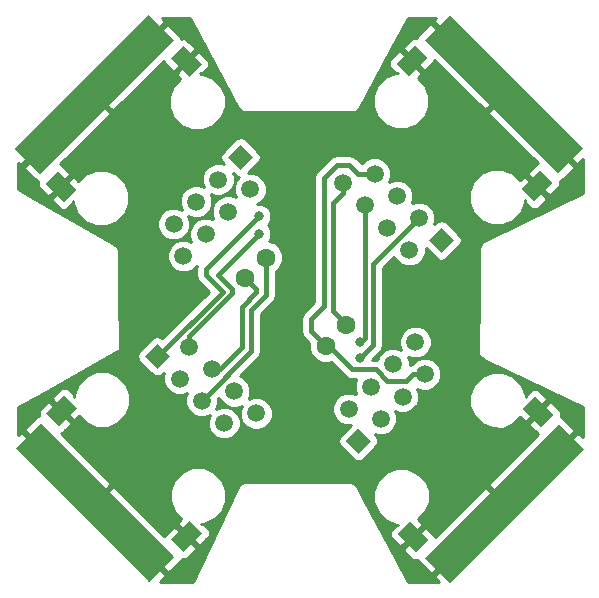
<source format=gtl>
G04 #@! TF.FileFunction,Copper,L1,Top,Signal*
%FSLAX46Y46*%
G04 Gerber Fmt 4.6, Leading zero omitted, Abs format (unit mm)*
G04 Created by KiCad (PCBNEW 4.0.6) date 07/08/18 16:23:33*
%MOMM*%
%LPD*%
G01*
G04 APERTURE LIST*
%ADD10C,0.100000*%
%ADD11C,1.500000*%
%ADD12C,1.600000*%
%ADD13C,0.812800*%
%ADD14C,0.406400*%
%ADD15C,0.254000*%
G04 APERTURE END LIST*
D10*
G36*
X42295210Y-33715198D02*
X43355870Y-34775858D01*
X42295210Y-35836518D01*
X41234550Y-34775858D01*
X42295210Y-33715198D01*
X42295210Y-33715198D01*
G37*
D11*
X37458600Y-43148002D03*
X36638356Y-40432712D03*
X43115454Y-37491148D03*
X39339504Y-41267098D03*
X41227479Y-39379123D03*
X38533402Y-38537666D03*
X40407235Y-36663833D03*
D10*
G36*
X37437386Y-25350124D02*
X38993021Y-26905759D01*
X37932360Y-27966420D01*
X36376725Y-26410785D01*
X37437386Y-25350124D01*
X37437386Y-25350124D01*
G37*
G36*
X26830785Y-35956725D02*
X28386420Y-37512360D01*
X27325759Y-38573021D01*
X25770124Y-37017386D01*
X26830785Y-35956725D01*
X26830785Y-35956725D01*
G37*
G36*
X34502893Y-22769185D02*
X36624213Y-24890505D01*
X25310505Y-36204213D01*
X23189185Y-34082893D01*
X34502893Y-22769185D01*
X34502893Y-22769185D01*
G37*
G36*
X34195198Y-51634790D02*
X35255858Y-50574130D01*
X36316518Y-51634790D01*
X35255858Y-52695450D01*
X34195198Y-51634790D01*
X34195198Y-51634790D01*
G37*
D11*
X43628002Y-56471400D03*
X40912712Y-57291644D03*
X37971148Y-50814546D03*
X41747098Y-54590496D03*
X39859123Y-52702521D03*
X39017666Y-55396598D03*
X37143833Y-53522765D03*
D10*
G36*
X25830124Y-56492614D02*
X27385759Y-54936979D01*
X28446420Y-55997640D01*
X26890785Y-57553275D01*
X25830124Y-56492614D01*
X25830124Y-56492614D01*
G37*
G36*
X36436725Y-67099215D02*
X37992360Y-65543580D01*
X39053021Y-66604241D01*
X37497386Y-68159876D01*
X36436725Y-67099215D01*
X36436725Y-67099215D01*
G37*
G36*
X23249185Y-59427107D02*
X25370505Y-57305787D01*
X36684213Y-68619495D01*
X34562893Y-70740815D01*
X23249185Y-59427107D01*
X23249185Y-59427107D01*
G37*
G36*
X60364802Y-41815210D02*
X59304142Y-42875870D01*
X58243482Y-41815210D01*
X59304142Y-40754550D01*
X60364802Y-41815210D01*
X60364802Y-41815210D01*
G37*
D11*
X50931998Y-36978600D03*
X53647288Y-36158356D03*
X56588852Y-42635454D03*
X52812902Y-38859504D03*
X54700877Y-40747479D03*
X55542334Y-38053402D03*
X57416167Y-39927235D03*
D10*
G36*
X68729876Y-36957386D02*
X67174241Y-38513021D01*
X66113580Y-37452360D01*
X67669215Y-35896725D01*
X68729876Y-36957386D01*
X68729876Y-36957386D01*
G37*
G36*
X58123275Y-26350785D02*
X56567640Y-27906420D01*
X55506979Y-26845759D01*
X57062614Y-25290124D01*
X58123275Y-26350785D01*
X58123275Y-26350785D01*
G37*
G36*
X71310815Y-34022893D02*
X69189495Y-36144213D01*
X57875787Y-24830505D01*
X59997107Y-22709185D01*
X71310815Y-34022893D01*
X71310815Y-34022893D01*
G37*
D12*
X42690000Y-45040000D03*
X44457767Y-43272233D03*
X49500000Y-50750000D03*
X51267767Y-48982233D03*
D10*
G36*
X52264790Y-59864802D02*
X51204130Y-58804142D01*
X52264790Y-57743482D01*
X53325450Y-58804142D01*
X52264790Y-59864802D01*
X52264790Y-59864802D01*
G37*
D11*
X57101400Y-50431998D03*
X57921644Y-53147288D03*
X51444546Y-56088852D03*
X55220496Y-52312902D03*
X53332521Y-54200877D03*
X56026598Y-55042334D03*
X54152765Y-56916167D03*
D10*
G36*
X57122614Y-68229876D02*
X55566979Y-66674241D01*
X56627640Y-65613580D01*
X58183275Y-67169215D01*
X57122614Y-68229876D01*
X57122614Y-68229876D01*
G37*
G36*
X67729215Y-57623275D02*
X66173580Y-56067640D01*
X67234241Y-55006979D01*
X68789876Y-56562614D01*
X67729215Y-57623275D01*
X67729215Y-57623275D01*
G37*
G36*
X60057107Y-70810815D02*
X57935787Y-68689495D01*
X69249495Y-57375787D01*
X71370815Y-59497107D01*
X60057107Y-70810815D01*
X60057107Y-70810815D01*
G37*
D13*
X43870000Y-39790000D03*
X43870000Y-41240000D03*
X52410000Y-51780000D03*
X52410000Y-50450000D03*
D14*
X35325210Y-51634790D02*
X40790000Y-46170000D01*
X40790000Y-46170000D02*
X40790000Y-46150000D01*
X40790000Y-46150000D02*
X39380000Y-44740000D01*
X39380000Y-44740000D02*
X39380000Y-44280000D01*
X39380000Y-44280000D02*
X43870000Y-39790000D01*
X35255858Y-51634790D02*
X35325210Y-51634790D01*
X35255858Y-51634790D02*
X35255858Y-51114142D01*
X37971148Y-50814546D02*
X37971148Y-49878852D01*
X41550000Y-45920000D02*
X41450000Y-45820000D01*
X40370000Y-44740000D02*
X43870000Y-41240000D01*
X41450000Y-45820000D02*
X40370000Y-44740000D01*
X41550000Y-46300000D02*
X41550000Y-45920000D01*
X37971148Y-49878852D02*
X41550000Y-46300000D01*
X54302765Y-56886167D02*
X54378932Y-56810000D01*
X57416167Y-39927235D02*
X57395269Y-39927235D01*
X57395269Y-39927235D02*
X53520000Y-43802504D01*
X53520000Y-43802504D02*
X53520000Y-50670000D01*
X53520000Y-50670000D02*
X52410000Y-51780000D01*
X57416167Y-39927235D02*
X57416167Y-39993833D01*
X36638356Y-40432712D02*
X36682712Y-40432712D01*
X42390000Y-49240000D02*
X42390000Y-47420000D01*
X42390000Y-50850000D02*
X42390000Y-49240000D01*
X40537479Y-52702521D02*
X42390000Y-50850000D01*
X43590000Y-45940000D02*
X42690000Y-45040000D01*
X43590000Y-46220000D02*
X43590000Y-45940000D01*
X42390000Y-47420000D02*
X43590000Y-46220000D01*
X39859123Y-52702521D02*
X40537479Y-52702521D01*
X43210000Y-48899402D02*
X43210000Y-47690000D01*
X39023402Y-55396598D02*
X43210000Y-51210000D01*
X43210000Y-51210000D02*
X43210000Y-48899402D01*
X44457767Y-46442233D02*
X44457767Y-43272233D01*
X43210000Y-47690000D02*
X44457767Y-46442233D01*
X39017666Y-55396598D02*
X39023402Y-55396598D01*
X52812902Y-50047098D02*
X52410000Y-50450000D01*
X52812902Y-42612902D02*
X52812902Y-38859504D01*
X52812902Y-42612902D02*
X52812902Y-50047098D01*
X51750000Y-52750000D02*
X53750000Y-52750000D01*
X49750000Y-50750000D02*
X51750000Y-52750000D01*
X56922712Y-53117288D02*
X58071644Y-53117288D01*
X56330000Y-53710000D02*
X56922712Y-53117288D01*
X54710000Y-53710000D02*
X56330000Y-53710000D01*
X53750000Y-52750000D02*
X54710000Y-53710000D01*
X49500000Y-50750000D02*
X49750000Y-50750000D01*
X48255000Y-48505000D02*
X48255000Y-49505000D01*
X48255000Y-49505000D02*
X49500000Y-50750000D01*
X53647288Y-36158356D02*
X52218356Y-36158356D01*
X49370000Y-47390000D02*
X48255000Y-48505000D01*
X48255000Y-48505000D02*
X48250000Y-48510000D01*
X49370000Y-36520000D02*
X49370000Y-47390000D01*
X50460000Y-35430000D02*
X49370000Y-36520000D01*
X51490000Y-35430000D02*
X50460000Y-35430000D01*
X52218356Y-36158356D02*
X51490000Y-35430000D01*
X53647288Y-36158356D02*
X53641644Y-36158356D01*
X53647288Y-36158356D02*
X53647288Y-36252712D01*
X50090000Y-42140000D02*
X50090000Y-47804466D01*
X50090000Y-47804466D02*
X51267767Y-48982233D01*
X50090000Y-38640000D02*
X50090000Y-42140000D01*
X50931998Y-37798002D02*
X50090000Y-38640000D01*
X50931998Y-36978600D02*
X50931998Y-37798002D01*
X26901495Y-32491903D02*
X32911903Y-26481495D01*
X67598505Y-37381650D02*
X67598505Y-37701495D01*
X61588097Y-26421495D02*
X67598505Y-32431903D01*
X61798097Y-67068505D02*
X67808505Y-61058097D01*
X26961495Y-61018097D02*
X32971903Y-67028505D01*
D15*
G36*
X42099497Y-30595579D02*
X42168512Y-30680111D01*
X42229145Y-30770855D01*
X42258746Y-30790634D01*
X42281261Y-30818211D01*
X42377375Y-30869899D01*
X42468115Y-30930530D01*
X42503032Y-30937475D01*
X42534386Y-30954337D01*
X42642965Y-30965309D01*
X42750000Y-30986600D01*
X51750000Y-30986600D01*
X51857032Y-30965310D01*
X51965613Y-30954337D01*
X51996967Y-30937476D01*
X52031885Y-30930530D01*
X52122626Y-30869898D01*
X52218739Y-30818211D01*
X52241254Y-30790634D01*
X52270855Y-30770855D01*
X52331486Y-30680114D01*
X52400503Y-30595580D01*
X52451245Y-30500065D01*
X53475119Y-30500065D01*
X53837448Y-31376969D01*
X54507774Y-32048466D01*
X55384045Y-32412325D01*
X56332857Y-32413153D01*
X57209761Y-32050824D01*
X57881258Y-31380498D01*
X58074997Y-30913921D01*
X63285684Y-30913921D01*
X63285684Y-31138428D01*
X67448207Y-35300951D01*
X67309517Y-35358398D01*
X67130889Y-35537027D01*
X66644441Y-36023474D01*
X66644441Y-36247981D01*
X67421728Y-37025268D01*
X67435871Y-37011126D01*
X67615476Y-37190731D01*
X67601333Y-37204873D01*
X68378620Y-37982160D01*
X68603127Y-37982160D01*
X69089574Y-37495712D01*
X69268203Y-37317084D01*
X69364876Y-37083695D01*
X69364875Y-36831076D01*
X69339353Y-36769460D01*
X69549193Y-36682541D01*
X70497112Y-35734622D01*
X70497112Y-35510115D01*
X64593301Y-29606304D01*
X63285684Y-30913921D01*
X58074997Y-30913921D01*
X58245117Y-30504227D01*
X58245945Y-29555415D01*
X57883616Y-28678511D01*
X57289114Y-28082970D01*
X57592414Y-27779671D01*
X57592414Y-27555164D01*
X56815127Y-26777877D01*
X56800985Y-26792020D01*
X56621380Y-26612415D01*
X56635522Y-26598272D01*
X55858235Y-25820985D01*
X55633728Y-25820985D01*
X55147281Y-26307433D01*
X54968652Y-26486061D01*
X54871979Y-26719450D01*
X54871980Y-26972069D01*
X54968653Y-27205458D01*
X55386241Y-27623047D01*
X55610744Y-27623047D01*
X55591287Y-27642504D01*
X55388207Y-27642327D01*
X54511303Y-28004656D01*
X53839806Y-28674982D01*
X53475947Y-29551253D01*
X53475119Y-30500065D01*
X52451245Y-30500065D01*
X55151691Y-25416873D01*
X56037840Y-25416873D01*
X56037840Y-25641380D01*
X56815127Y-26418667D01*
X56829270Y-26404525D01*
X57008875Y-26584130D01*
X56994732Y-26598272D01*
X57772019Y-27375559D01*
X57996526Y-27375559D01*
X58482973Y-26889111D01*
X58661602Y-26710483D01*
X58719049Y-26571793D01*
X62881572Y-30734316D01*
X63106079Y-30734316D01*
X64413696Y-29426699D01*
X58509885Y-23522888D01*
X58285378Y-23522888D01*
X57337459Y-24470807D01*
X57250540Y-24680647D01*
X57188924Y-24655125D01*
X56936305Y-24655124D01*
X56702916Y-24751797D01*
X56524288Y-24930426D01*
X56037840Y-25416873D01*
X55151691Y-25416873D01*
X56442774Y-22986600D01*
X58821666Y-22986600D01*
X58689490Y-23118776D01*
X58689490Y-23343283D01*
X64593301Y-29247094D01*
X64607444Y-29232952D01*
X64787049Y-29412557D01*
X64772906Y-29426699D01*
X70676717Y-35330510D01*
X70901224Y-35330510D01*
X71263400Y-34968334D01*
X71263400Y-37788885D01*
X62928177Y-41837422D01*
X62830769Y-41911242D01*
X62729145Y-41979145D01*
X62716811Y-41997604D01*
X62699116Y-42011014D01*
X62637371Y-42116494D01*
X62569470Y-42218115D01*
X62565139Y-42239890D01*
X62553923Y-42259050D01*
X62537243Y-42380132D01*
X62513400Y-42500000D01*
X62513400Y-46303471D01*
X62373046Y-51496569D01*
X62381714Y-51546231D01*
X62409019Y-51588609D01*
X62444513Y-51614238D01*
X62698230Y-51737472D01*
X62699116Y-51738986D01*
X62716811Y-51752396D01*
X62729145Y-51770855D01*
X62830769Y-51838758D01*
X62928177Y-51912578D01*
X71263400Y-55961115D01*
X71263400Y-58491666D01*
X70961224Y-58189490D01*
X70736717Y-58189490D01*
X64832906Y-64093301D01*
X64847049Y-64107444D01*
X64667444Y-64287049D01*
X64653301Y-64272906D01*
X58749490Y-70176717D01*
X58749490Y-70401224D01*
X59111666Y-70763400D01*
X56443493Y-70763400D01*
X54916257Y-67878620D01*
X56097840Y-67878620D01*
X56097840Y-68103127D01*
X56584288Y-68589574D01*
X56762916Y-68768203D01*
X56996305Y-68864876D01*
X57248924Y-68864875D01*
X57310540Y-68839353D01*
X57397459Y-69049193D01*
X58345378Y-69997112D01*
X58569885Y-69997112D01*
X64473696Y-64093301D01*
X63166079Y-62785684D01*
X62941572Y-62785684D01*
X58779049Y-66948207D01*
X58721602Y-66809517D01*
X58542973Y-66630889D01*
X58056526Y-66144441D01*
X57832019Y-66144441D01*
X57054732Y-66921728D01*
X57068875Y-66935871D01*
X56889270Y-67115476D01*
X56875127Y-67101333D01*
X56097840Y-67878620D01*
X54916257Y-67878620D01*
X52844121Y-63964585D01*
X53535119Y-63964585D01*
X53897448Y-64841489D01*
X54567774Y-65512986D01*
X55444045Y-65876845D01*
X55650816Y-65877025D01*
X55670744Y-65896953D01*
X55446241Y-65896953D01*
X55028653Y-66314542D01*
X54931980Y-66547931D01*
X54931979Y-66800550D01*
X55028652Y-67033939D01*
X55207281Y-67212567D01*
X55693728Y-67699015D01*
X55918235Y-67699015D01*
X56695522Y-66921728D01*
X56681380Y-66907586D01*
X56860985Y-66727981D01*
X56875127Y-66742123D01*
X57652414Y-65964836D01*
X57652414Y-65740329D01*
X57348663Y-65436579D01*
X57941258Y-64845018D01*
X58305117Y-63968747D01*
X58305945Y-63019935D01*
X58042180Y-62381572D01*
X63345684Y-62381572D01*
X63345684Y-62606079D01*
X64653301Y-63913696D01*
X70557112Y-58009885D01*
X70557112Y-57785378D01*
X69609193Y-56837459D01*
X69399353Y-56750540D01*
X69424875Y-56688924D01*
X69424876Y-56436305D01*
X69328203Y-56202916D01*
X69149574Y-56024288D01*
X68663127Y-55537840D01*
X68438620Y-55537840D01*
X67661333Y-56315127D01*
X67675476Y-56329270D01*
X67495871Y-56508875D01*
X67481728Y-56494732D01*
X66704441Y-57272019D01*
X66704441Y-57496526D01*
X67190889Y-57982973D01*
X67369517Y-58161602D01*
X67508207Y-58219049D01*
X63345684Y-62381572D01*
X58042180Y-62381572D01*
X57943616Y-62143031D01*
X57273290Y-61471534D01*
X56397019Y-61107675D01*
X55448207Y-61106847D01*
X54571303Y-61469176D01*
X53899806Y-62139502D01*
X53535947Y-63015773D01*
X53535119Y-63964585D01*
X52844121Y-63964585D01*
X52150998Y-62655354D01*
X52081775Y-62570318D01*
X52020855Y-62479145D01*
X51991695Y-62459661D01*
X51969554Y-62432462D01*
X51873056Y-62380389D01*
X51781885Y-62319470D01*
X51747488Y-62312628D01*
X51716624Y-62295973D01*
X51607541Y-62284791D01*
X51500000Y-62263400D01*
X42750000Y-62263400D01*
X42625767Y-62288111D01*
X42500499Y-62306942D01*
X42485400Y-62316032D01*
X42468115Y-62319470D01*
X42362792Y-62389845D01*
X42254269Y-62455178D01*
X42243798Y-62469354D01*
X42229145Y-62479145D01*
X42158772Y-62584466D01*
X42083510Y-62686358D01*
X38282550Y-70763400D01*
X35438334Y-70763400D01*
X35870510Y-70331224D01*
X35870510Y-70106717D01*
X29966699Y-64202906D01*
X29952557Y-64217049D01*
X29772952Y-64037444D01*
X29787094Y-64023301D01*
X30146304Y-64023301D01*
X36050115Y-69927112D01*
X36274622Y-69927112D01*
X37222541Y-68979193D01*
X37309460Y-68769353D01*
X37371076Y-68794875D01*
X37623695Y-68794876D01*
X37857084Y-68698203D01*
X38035712Y-68519574D01*
X38522160Y-68033127D01*
X38522160Y-67808620D01*
X37744873Y-67031333D01*
X37730731Y-67045476D01*
X37551126Y-66865871D01*
X37565268Y-66851728D01*
X36787981Y-66074441D01*
X36563474Y-66074441D01*
X36077027Y-66560889D01*
X35898398Y-66739517D01*
X35840951Y-66878207D01*
X32857329Y-63894585D01*
X36314055Y-63894585D01*
X36676384Y-64771489D01*
X37270886Y-65367030D01*
X36967586Y-65670329D01*
X36967586Y-65894836D01*
X37744873Y-66672123D01*
X37759016Y-66657981D01*
X37938621Y-66837586D01*
X37924478Y-66851728D01*
X38701765Y-67629015D01*
X38926272Y-67629015D01*
X39412719Y-67142567D01*
X39591348Y-66963939D01*
X39688021Y-66730550D01*
X39688020Y-66477931D01*
X39591347Y-66244542D01*
X39173759Y-65826953D01*
X38949256Y-65826953D01*
X38968713Y-65807496D01*
X39171793Y-65807673D01*
X40048697Y-65445344D01*
X40720194Y-64775018D01*
X41084053Y-63898747D01*
X41084881Y-62949935D01*
X40722552Y-62073031D01*
X40052226Y-61401534D01*
X39175955Y-61037675D01*
X38227143Y-61036847D01*
X37350239Y-61399176D01*
X36678742Y-62069502D01*
X36314883Y-62945773D01*
X36314055Y-63894585D01*
X32857329Y-63894585D01*
X31678428Y-62715684D01*
X31453921Y-62715684D01*
X30146304Y-64023301D01*
X29787094Y-64023301D01*
X23883283Y-58119490D01*
X23658776Y-58119490D01*
X23486600Y-58291666D01*
X23486600Y-57715378D01*
X24062888Y-57715378D01*
X24062888Y-57939885D01*
X29966699Y-63843696D01*
X31274316Y-62536079D01*
X31274316Y-62311572D01*
X27111793Y-58149049D01*
X27250483Y-58091602D01*
X27429111Y-57912973D01*
X27915559Y-57426526D01*
X27915559Y-57202019D01*
X27138272Y-56424732D01*
X27124130Y-56438875D01*
X26944525Y-56259270D01*
X26958667Y-56245127D01*
X26181380Y-55467840D01*
X25956873Y-55467840D01*
X25470426Y-55954288D01*
X25291797Y-56132916D01*
X25195124Y-56366305D01*
X25195125Y-56618924D01*
X25220647Y-56680540D01*
X25010807Y-56767459D01*
X24062888Y-57715378D01*
X23486600Y-57715378D01*
X23486600Y-55932182D01*
X25040675Y-55063728D01*
X26360985Y-55063728D01*
X26360985Y-55288235D01*
X27138272Y-56065522D01*
X27152415Y-56051380D01*
X27332020Y-56230985D01*
X27317877Y-56245127D01*
X28095164Y-57022414D01*
X28319671Y-57022414D01*
X28623421Y-56718663D01*
X29214982Y-57311258D01*
X30091253Y-57675117D01*
X31040065Y-57675945D01*
X31916969Y-57313616D01*
X32588466Y-56643290D01*
X32952325Y-55767019D01*
X32953153Y-54818207D01*
X32590824Y-53941303D01*
X31920498Y-53269806D01*
X31044227Y-52905947D01*
X30095415Y-52905119D01*
X29218511Y-53267448D01*
X28547014Y-53937774D01*
X28183155Y-54814045D01*
X28182975Y-55020816D01*
X28163047Y-55040744D01*
X28163047Y-54816241D01*
X27745458Y-54398653D01*
X27512069Y-54301980D01*
X27259450Y-54301979D01*
X27026061Y-54398652D01*
X26847433Y-54577281D01*
X26360985Y-55063728D01*
X25040675Y-55063728D01*
X31192675Y-51625846D01*
X33547820Y-51625846D01*
X33595344Y-51878417D01*
X33737389Y-52092599D01*
X34798049Y-53153259D01*
X34995752Y-53288344D01*
X35246914Y-53342828D01*
X35499485Y-53295304D01*
X35713667Y-53153259D01*
X35857217Y-53009709D01*
X35759074Y-53246063D01*
X35758593Y-53797050D01*
X35969002Y-54306280D01*
X36358269Y-54696226D01*
X36867131Y-54907524D01*
X37418118Y-54908005D01*
X37783598Y-54756992D01*
X37632907Y-55119896D01*
X37632426Y-55670883D01*
X37842835Y-56180113D01*
X38232102Y-56570059D01*
X38740964Y-56781357D01*
X39291951Y-56781838D01*
X39693670Y-56615852D01*
X39527953Y-57014942D01*
X39527472Y-57565929D01*
X39737881Y-58075159D01*
X40127148Y-58465105D01*
X40636010Y-58676403D01*
X41186997Y-58676884D01*
X41696227Y-58466475D01*
X42086173Y-58077208D01*
X42297471Y-57568346D01*
X42297952Y-57017359D01*
X42087543Y-56508129D01*
X41698276Y-56118183D01*
X41189414Y-55906885D01*
X40638427Y-55906404D01*
X40236708Y-56072390D01*
X40402425Y-55673300D01*
X40402836Y-55202558D01*
X40472599Y-55132795D01*
X40572267Y-55374011D01*
X40961534Y-55763957D01*
X41470396Y-55975255D01*
X42021383Y-55975736D01*
X42398943Y-55819732D01*
X42243243Y-56194698D01*
X42242762Y-56745685D01*
X42453171Y-57254915D01*
X42842438Y-57644861D01*
X43351300Y-57856159D01*
X43902287Y-57856640D01*
X44411517Y-57646231D01*
X44801463Y-57256964D01*
X45012761Y-56748102D01*
X45013242Y-56197115D01*
X44802833Y-55687885D01*
X44413566Y-55297939D01*
X43904704Y-55086641D01*
X43353717Y-55086160D01*
X42976157Y-55242164D01*
X43131857Y-54867198D01*
X43132338Y-54316211D01*
X42921929Y-53806981D01*
X42532662Y-53417035D01*
X42289379Y-53316015D01*
X43802697Y-51802697D01*
X43984396Y-51530765D01*
X44048200Y-51210000D01*
X44048200Y-48510000D01*
X47411800Y-48510000D01*
X47416800Y-48535137D01*
X47416800Y-49505000D01*
X47480604Y-49825766D01*
X47662303Y-50097697D01*
X48065217Y-50500611D01*
X48064752Y-51034187D01*
X48282757Y-51561800D01*
X48686077Y-51965824D01*
X49213309Y-52184750D01*
X49784187Y-52185248D01*
X49936797Y-52122191D01*
X51157303Y-53342697D01*
X51429234Y-53524396D01*
X51750000Y-53588200D01*
X52087271Y-53588200D01*
X51947762Y-53924175D01*
X51947281Y-54475162D01*
X52108276Y-54864801D01*
X51721248Y-54704093D01*
X51170261Y-54703612D01*
X50661031Y-54914021D01*
X50271085Y-55303288D01*
X50059787Y-55812150D01*
X50059306Y-56363137D01*
X50269715Y-56872367D01*
X50658982Y-57262313D01*
X51167844Y-57473611D01*
X51618649Y-57474005D01*
X50746321Y-58346333D01*
X50611236Y-58544036D01*
X50556752Y-58795198D01*
X50604276Y-59047769D01*
X50746321Y-59261951D01*
X51806981Y-60322611D01*
X52004684Y-60457696D01*
X52255846Y-60512180D01*
X52508417Y-60464656D01*
X52722599Y-60322611D01*
X53783259Y-59261951D01*
X53918344Y-59064248D01*
X53972828Y-58813086D01*
X53925304Y-58560515D01*
X53783259Y-58346333D01*
X53639709Y-58202783D01*
X53876063Y-58300926D01*
X54427050Y-58301407D01*
X54936280Y-58090998D01*
X55326226Y-57701731D01*
X55537524Y-57192869D01*
X55538005Y-56641882D01*
X55386992Y-56276402D01*
X55749896Y-56427093D01*
X56300883Y-56427574D01*
X56810113Y-56217165D01*
X57195091Y-55832857D01*
X61666847Y-55832857D01*
X62029176Y-56709761D01*
X62699502Y-57381258D01*
X63575773Y-57745117D01*
X64524585Y-57745945D01*
X65401489Y-57383616D01*
X65997030Y-56789114D01*
X66300329Y-57092414D01*
X66524836Y-57092414D01*
X67302123Y-56315127D01*
X67287981Y-56300985D01*
X67467586Y-56121380D01*
X67481728Y-56135522D01*
X68259015Y-55358235D01*
X68259015Y-55133728D01*
X67772567Y-54647281D01*
X67593939Y-54468652D01*
X67360550Y-54371979D01*
X67107931Y-54371980D01*
X66874542Y-54468653D01*
X66456953Y-54886241D01*
X66456953Y-55110744D01*
X66437496Y-55091287D01*
X66437673Y-54888207D01*
X66075344Y-54011303D01*
X65405018Y-53339806D01*
X64528747Y-52975947D01*
X63579935Y-52975119D01*
X62703031Y-53337448D01*
X62031534Y-54007774D01*
X61667675Y-54884045D01*
X61666847Y-55832857D01*
X57195091Y-55832857D01*
X57200059Y-55827898D01*
X57411357Y-55319036D01*
X57411838Y-54768049D01*
X57245852Y-54366330D01*
X57644942Y-54532047D01*
X58195929Y-54532528D01*
X58705159Y-54322119D01*
X59095105Y-53932852D01*
X59306403Y-53423990D01*
X59306884Y-52873003D01*
X59096475Y-52363773D01*
X58707208Y-51973827D01*
X58198346Y-51762529D01*
X57647359Y-51762048D01*
X57138129Y-51972457D01*
X56808132Y-52301879D01*
X56605471Y-52342191D01*
X56605736Y-52038617D01*
X56449732Y-51661057D01*
X56824698Y-51816757D01*
X57375685Y-51817238D01*
X57884915Y-51606829D01*
X58274861Y-51217562D01*
X58486159Y-50708700D01*
X58486640Y-50157713D01*
X58276231Y-49648483D01*
X57886964Y-49258537D01*
X57378102Y-49047239D01*
X56827115Y-49046758D01*
X56317885Y-49257167D01*
X55927939Y-49646434D01*
X55716641Y-50155296D01*
X55716160Y-50706283D01*
X55872164Y-51083843D01*
X55497198Y-50928143D01*
X54946211Y-50927662D01*
X54436981Y-51138071D01*
X54047035Y-51527338D01*
X53876910Y-51937044D01*
X53750000Y-51911800D01*
X53463594Y-51911800D01*
X54112697Y-51262697D01*
X54294396Y-50990766D01*
X54358200Y-50670000D01*
X54358200Y-44149698D01*
X55318970Y-43188928D01*
X55414021Y-43418969D01*
X55803288Y-43808915D01*
X56312150Y-44020213D01*
X56863137Y-44020694D01*
X57372367Y-43810285D01*
X57762313Y-43421018D01*
X57973611Y-42912156D01*
X57974005Y-42461351D01*
X58846333Y-43333679D01*
X59044036Y-43468764D01*
X59295198Y-43523248D01*
X59547769Y-43475724D01*
X59761951Y-43333679D01*
X60822611Y-42273019D01*
X60957696Y-42075316D01*
X61012180Y-41824154D01*
X60964656Y-41571583D01*
X60822611Y-41357401D01*
X59761951Y-40296741D01*
X59564248Y-40161656D01*
X59313086Y-40107172D01*
X59060515Y-40154696D01*
X58846333Y-40296741D01*
X58702783Y-40440291D01*
X58800926Y-40203937D01*
X58801407Y-39652950D01*
X58590998Y-39143720D01*
X58201731Y-38753774D01*
X57907969Y-38631793D01*
X61606847Y-38631793D01*
X61969176Y-39508697D01*
X62639502Y-40180194D01*
X63515773Y-40544053D01*
X64464585Y-40544881D01*
X65341489Y-40182552D01*
X66012986Y-39512226D01*
X66376845Y-38635955D01*
X66377025Y-38429184D01*
X66396953Y-38409256D01*
X66396953Y-38633759D01*
X66814542Y-39051347D01*
X67047931Y-39148020D01*
X67300550Y-39148021D01*
X67533939Y-39051348D01*
X67712567Y-38872719D01*
X68199015Y-38386272D01*
X68199015Y-38161765D01*
X67421728Y-37384478D01*
X67407586Y-37398621D01*
X67227981Y-37219016D01*
X67242123Y-37204873D01*
X66464836Y-36427586D01*
X66240329Y-36427586D01*
X65936579Y-36731337D01*
X65345018Y-36138742D01*
X64468747Y-35774883D01*
X63519935Y-35774055D01*
X62643031Y-36136384D01*
X61971534Y-36806710D01*
X61607675Y-37682981D01*
X61606847Y-38631793D01*
X57907969Y-38631793D01*
X57692869Y-38542476D01*
X57141882Y-38541995D01*
X56776402Y-38693008D01*
X56927093Y-38330104D01*
X56927574Y-37779117D01*
X56717165Y-37269887D01*
X56327898Y-36879941D01*
X55819036Y-36668643D01*
X55268049Y-36668162D01*
X54866330Y-36834148D01*
X55032047Y-36435058D01*
X55032528Y-35884071D01*
X54822119Y-35374841D01*
X54432852Y-34984895D01*
X53923990Y-34773597D01*
X53373003Y-34773116D01*
X52863773Y-34983525D01*
X52546069Y-35300675D01*
X52082697Y-34837303D01*
X51810766Y-34655604D01*
X51490000Y-34591800D01*
X50460000Y-34591800D01*
X50139235Y-34655604D01*
X49867303Y-34837303D01*
X48777303Y-35927303D01*
X48595604Y-36199234D01*
X48538248Y-36487586D01*
X48531800Y-36520000D01*
X48531800Y-47042806D01*
X47657303Y-47917303D01*
X47475604Y-48189234D01*
X47411800Y-48510000D01*
X44048200Y-48510000D01*
X44048200Y-48037194D01*
X45050464Y-47034930D01*
X45232163Y-46762999D01*
X45295967Y-46442233D01*
X45295967Y-44463122D01*
X45673591Y-44086156D01*
X45892517Y-43558924D01*
X45893015Y-42988046D01*
X45675010Y-42460433D01*
X45271690Y-42056409D01*
X44745210Y-41837795D01*
X44752341Y-41830676D01*
X44911219Y-41448056D01*
X44911580Y-41033762D01*
X44753371Y-40650865D01*
X44617763Y-40515020D01*
X44752341Y-40380676D01*
X44911219Y-39998056D01*
X44911580Y-39583762D01*
X44753371Y-39200865D01*
X44460676Y-38907659D01*
X44078056Y-38748781D01*
X43699371Y-38748451D01*
X43898969Y-38665979D01*
X44288915Y-38276712D01*
X44500213Y-37767850D01*
X44500694Y-37216863D01*
X44290285Y-36707633D01*
X43901018Y-36317687D01*
X43392156Y-36106389D01*
X42941351Y-36105995D01*
X43813679Y-35233667D01*
X43948764Y-35035964D01*
X44003248Y-34784802D01*
X43955724Y-34532231D01*
X43813679Y-34318049D01*
X42753019Y-33257389D01*
X42555316Y-33122304D01*
X42304154Y-33067820D01*
X42051583Y-33115344D01*
X41837401Y-33257389D01*
X40776741Y-34318049D01*
X40641656Y-34515752D01*
X40587172Y-34766914D01*
X40634696Y-35019485D01*
X40776741Y-35233667D01*
X40920291Y-35377217D01*
X40683937Y-35279074D01*
X40132950Y-35278593D01*
X39623720Y-35489002D01*
X39233774Y-35878269D01*
X39022476Y-36387131D01*
X39021995Y-36938118D01*
X39173008Y-37303598D01*
X38810104Y-37152907D01*
X38259117Y-37152426D01*
X37749887Y-37362835D01*
X37359941Y-37752102D01*
X37148643Y-38260964D01*
X37148162Y-38811951D01*
X37314148Y-39213670D01*
X36915058Y-39047953D01*
X36364071Y-39047472D01*
X35854841Y-39257881D01*
X35464895Y-39647148D01*
X35253597Y-40156010D01*
X35253116Y-40706997D01*
X35463525Y-41216227D01*
X35852792Y-41606173D01*
X36361654Y-41817471D01*
X36912641Y-41817952D01*
X37421871Y-41607543D01*
X37811817Y-41218276D01*
X38023115Y-40709414D01*
X38023596Y-40158427D01*
X37857610Y-39756708D01*
X38256700Y-39922425D01*
X38807687Y-39922906D01*
X39316917Y-39712497D01*
X39706863Y-39323230D01*
X39918161Y-38814368D01*
X39918642Y-38263381D01*
X39767629Y-37897901D01*
X40130533Y-38048592D01*
X40681520Y-38049073D01*
X41190750Y-37838664D01*
X41580696Y-37449397D01*
X41791994Y-36940535D01*
X41792475Y-36389548D01*
X41693793Y-36150719D01*
X41837401Y-36294327D01*
X42035104Y-36429412D01*
X42185882Y-36462120D01*
X41941993Y-36705584D01*
X41730695Y-37214446D01*
X41730214Y-37765433D01*
X41891209Y-38155072D01*
X41504181Y-37994364D01*
X40953194Y-37993883D01*
X40443964Y-38204292D01*
X40054018Y-38593559D01*
X39842720Y-39102421D01*
X39842239Y-39653408D01*
X40003234Y-40043047D01*
X39616206Y-39882339D01*
X39065219Y-39881858D01*
X38555989Y-40092267D01*
X38166043Y-40481534D01*
X37954745Y-40990396D01*
X37954264Y-41541383D01*
X38110268Y-41918943D01*
X37735302Y-41763243D01*
X37184315Y-41762762D01*
X36675085Y-41973171D01*
X36285139Y-42362438D01*
X36073841Y-42871300D01*
X36073360Y-43422287D01*
X36283769Y-43931517D01*
X36673036Y-44321463D01*
X37181898Y-44532761D01*
X37732885Y-44533242D01*
X38242115Y-44322833D01*
X38605420Y-43960161D01*
X38541800Y-44280000D01*
X38541800Y-44740000D01*
X38605604Y-45060766D01*
X38787303Y-45332697D01*
X39614606Y-46160000D01*
X35680766Y-50093840D01*
X35515964Y-49981236D01*
X35264802Y-49926752D01*
X35012231Y-49974276D01*
X34798049Y-50116321D01*
X33737389Y-51176981D01*
X33602304Y-51374684D01*
X33547820Y-51625846D01*
X31192675Y-51625846D01*
X31609329Y-51393010D01*
X31686517Y-51327208D01*
X31770855Y-51270855D01*
X31772906Y-51267786D01*
X32060591Y-51111614D01*
X32099241Y-51079248D01*
X32122254Y-51034394D01*
X32126945Y-50996266D01*
X31986600Y-46224536D01*
X31986600Y-42750000D01*
X31966812Y-42650519D01*
X31958761Y-42549407D01*
X31939005Y-42510721D01*
X31930530Y-42468115D01*
X31874179Y-42383780D01*
X31828047Y-42293445D01*
X31794988Y-42265263D01*
X31770855Y-42229145D01*
X31686517Y-42172792D01*
X31609329Y-42106990D01*
X26070100Y-39011539D01*
X24727485Y-38221765D01*
X26300985Y-38221765D01*
X26300985Y-38446272D01*
X26787433Y-38932719D01*
X26966061Y-39111348D01*
X27199450Y-39208021D01*
X27452069Y-39208020D01*
X27685458Y-39111347D01*
X28103047Y-38693759D01*
X28103047Y-38469256D01*
X28122504Y-38488713D01*
X28122327Y-38691793D01*
X28484656Y-39568697D01*
X29154982Y-40240194D01*
X30031253Y-40604053D01*
X30980065Y-40604881D01*
X31856969Y-40242552D01*
X32528466Y-39572226D01*
X32892325Y-38695955D01*
X32893153Y-37747143D01*
X32530824Y-36870239D01*
X31860498Y-36198742D01*
X30984227Y-35834883D01*
X30035415Y-35834055D01*
X29158511Y-36196384D01*
X28562970Y-36790886D01*
X28259671Y-36487586D01*
X28035164Y-36487586D01*
X27257877Y-37264873D01*
X27272020Y-37279016D01*
X27092415Y-37458621D01*
X27078272Y-37444478D01*
X26300985Y-38221765D01*
X24727485Y-38221765D01*
X23486600Y-37491833D01*
X23486600Y-35570115D01*
X24002888Y-35570115D01*
X24002888Y-35794622D01*
X24950807Y-36742541D01*
X25160647Y-36829460D01*
X25135125Y-36891076D01*
X25135124Y-37143695D01*
X25231797Y-37377084D01*
X25410426Y-37555712D01*
X25896873Y-38042160D01*
X26121380Y-38042160D01*
X26898667Y-37264873D01*
X26884525Y-37250731D01*
X27064130Y-37071126D01*
X27078272Y-37085268D01*
X27855559Y-36307981D01*
X27855559Y-36083474D01*
X27369111Y-35597027D01*
X27190483Y-35418398D01*
X27051793Y-35360951D01*
X31214316Y-31198428D01*
X31214316Y-30973921D01*
X29906699Y-29666304D01*
X24002888Y-35570115D01*
X23486600Y-35570115D01*
X23486600Y-35278334D01*
X23598776Y-35390510D01*
X23823283Y-35390510D01*
X29727094Y-29486699D01*
X30086304Y-29486699D01*
X31393921Y-30794316D01*
X31618428Y-30794316D01*
X31852679Y-30560065D01*
X36254055Y-30560065D01*
X36616384Y-31436969D01*
X37286710Y-32108466D01*
X38162981Y-32472325D01*
X39111793Y-32473153D01*
X39988697Y-32110824D01*
X40660194Y-31440498D01*
X41024053Y-30564227D01*
X41024881Y-29615415D01*
X40662552Y-28738511D01*
X39992226Y-28067014D01*
X39115955Y-27703155D01*
X38909184Y-27702975D01*
X38889256Y-27683047D01*
X39113759Y-27683047D01*
X39531347Y-27265458D01*
X39628020Y-27032069D01*
X39628021Y-26779450D01*
X39531348Y-26546061D01*
X39352719Y-26367433D01*
X38866272Y-25880985D01*
X38641765Y-25880985D01*
X37864478Y-26658272D01*
X37878621Y-26672415D01*
X37699016Y-26852020D01*
X37684873Y-26837877D01*
X36907586Y-27615164D01*
X36907586Y-27839671D01*
X37211337Y-28143421D01*
X36618742Y-28734982D01*
X36254883Y-29611253D01*
X36254055Y-30560065D01*
X31852679Y-30560065D01*
X35780951Y-26631793D01*
X35838398Y-26770483D01*
X36017027Y-26949111D01*
X36503474Y-27435559D01*
X36727981Y-27435559D01*
X37505268Y-26658272D01*
X37491126Y-26644130D01*
X37670731Y-26464525D01*
X37684873Y-26478667D01*
X38462160Y-25701380D01*
X38462160Y-25476873D01*
X37975712Y-24990426D01*
X37797084Y-24811797D01*
X37563695Y-24715124D01*
X37311076Y-24715125D01*
X37249460Y-24740647D01*
X37162541Y-24530807D01*
X36214622Y-23582888D01*
X35990115Y-23582888D01*
X30086304Y-29486699D01*
X29727094Y-29486699D01*
X29712952Y-29472557D01*
X29892557Y-29292952D01*
X29906699Y-29307094D01*
X35810510Y-23403283D01*
X35810510Y-23178776D01*
X35618334Y-22986600D01*
X38057226Y-22986600D01*
X42099497Y-30595579D01*
X42099497Y-30595579D01*
G37*
X42099497Y-30595579D02*
X42168512Y-30680111D01*
X42229145Y-30770855D01*
X42258746Y-30790634D01*
X42281261Y-30818211D01*
X42377375Y-30869899D01*
X42468115Y-30930530D01*
X42503032Y-30937475D01*
X42534386Y-30954337D01*
X42642965Y-30965309D01*
X42750000Y-30986600D01*
X51750000Y-30986600D01*
X51857032Y-30965310D01*
X51965613Y-30954337D01*
X51996967Y-30937476D01*
X52031885Y-30930530D01*
X52122626Y-30869898D01*
X52218739Y-30818211D01*
X52241254Y-30790634D01*
X52270855Y-30770855D01*
X52331486Y-30680114D01*
X52400503Y-30595580D01*
X52451245Y-30500065D01*
X53475119Y-30500065D01*
X53837448Y-31376969D01*
X54507774Y-32048466D01*
X55384045Y-32412325D01*
X56332857Y-32413153D01*
X57209761Y-32050824D01*
X57881258Y-31380498D01*
X58074997Y-30913921D01*
X63285684Y-30913921D01*
X63285684Y-31138428D01*
X67448207Y-35300951D01*
X67309517Y-35358398D01*
X67130889Y-35537027D01*
X66644441Y-36023474D01*
X66644441Y-36247981D01*
X67421728Y-37025268D01*
X67435871Y-37011126D01*
X67615476Y-37190731D01*
X67601333Y-37204873D01*
X68378620Y-37982160D01*
X68603127Y-37982160D01*
X69089574Y-37495712D01*
X69268203Y-37317084D01*
X69364876Y-37083695D01*
X69364875Y-36831076D01*
X69339353Y-36769460D01*
X69549193Y-36682541D01*
X70497112Y-35734622D01*
X70497112Y-35510115D01*
X64593301Y-29606304D01*
X63285684Y-30913921D01*
X58074997Y-30913921D01*
X58245117Y-30504227D01*
X58245945Y-29555415D01*
X57883616Y-28678511D01*
X57289114Y-28082970D01*
X57592414Y-27779671D01*
X57592414Y-27555164D01*
X56815127Y-26777877D01*
X56800985Y-26792020D01*
X56621380Y-26612415D01*
X56635522Y-26598272D01*
X55858235Y-25820985D01*
X55633728Y-25820985D01*
X55147281Y-26307433D01*
X54968652Y-26486061D01*
X54871979Y-26719450D01*
X54871980Y-26972069D01*
X54968653Y-27205458D01*
X55386241Y-27623047D01*
X55610744Y-27623047D01*
X55591287Y-27642504D01*
X55388207Y-27642327D01*
X54511303Y-28004656D01*
X53839806Y-28674982D01*
X53475947Y-29551253D01*
X53475119Y-30500065D01*
X52451245Y-30500065D01*
X55151691Y-25416873D01*
X56037840Y-25416873D01*
X56037840Y-25641380D01*
X56815127Y-26418667D01*
X56829270Y-26404525D01*
X57008875Y-26584130D01*
X56994732Y-26598272D01*
X57772019Y-27375559D01*
X57996526Y-27375559D01*
X58482973Y-26889111D01*
X58661602Y-26710483D01*
X58719049Y-26571793D01*
X62881572Y-30734316D01*
X63106079Y-30734316D01*
X64413696Y-29426699D01*
X58509885Y-23522888D01*
X58285378Y-23522888D01*
X57337459Y-24470807D01*
X57250540Y-24680647D01*
X57188924Y-24655125D01*
X56936305Y-24655124D01*
X56702916Y-24751797D01*
X56524288Y-24930426D01*
X56037840Y-25416873D01*
X55151691Y-25416873D01*
X56442774Y-22986600D01*
X58821666Y-22986600D01*
X58689490Y-23118776D01*
X58689490Y-23343283D01*
X64593301Y-29247094D01*
X64607444Y-29232952D01*
X64787049Y-29412557D01*
X64772906Y-29426699D01*
X70676717Y-35330510D01*
X70901224Y-35330510D01*
X71263400Y-34968334D01*
X71263400Y-37788885D01*
X62928177Y-41837422D01*
X62830769Y-41911242D01*
X62729145Y-41979145D01*
X62716811Y-41997604D01*
X62699116Y-42011014D01*
X62637371Y-42116494D01*
X62569470Y-42218115D01*
X62565139Y-42239890D01*
X62553923Y-42259050D01*
X62537243Y-42380132D01*
X62513400Y-42500000D01*
X62513400Y-46303471D01*
X62373046Y-51496569D01*
X62381714Y-51546231D01*
X62409019Y-51588609D01*
X62444513Y-51614238D01*
X62698230Y-51737472D01*
X62699116Y-51738986D01*
X62716811Y-51752396D01*
X62729145Y-51770855D01*
X62830769Y-51838758D01*
X62928177Y-51912578D01*
X71263400Y-55961115D01*
X71263400Y-58491666D01*
X70961224Y-58189490D01*
X70736717Y-58189490D01*
X64832906Y-64093301D01*
X64847049Y-64107444D01*
X64667444Y-64287049D01*
X64653301Y-64272906D01*
X58749490Y-70176717D01*
X58749490Y-70401224D01*
X59111666Y-70763400D01*
X56443493Y-70763400D01*
X54916257Y-67878620D01*
X56097840Y-67878620D01*
X56097840Y-68103127D01*
X56584288Y-68589574D01*
X56762916Y-68768203D01*
X56996305Y-68864876D01*
X57248924Y-68864875D01*
X57310540Y-68839353D01*
X57397459Y-69049193D01*
X58345378Y-69997112D01*
X58569885Y-69997112D01*
X64473696Y-64093301D01*
X63166079Y-62785684D01*
X62941572Y-62785684D01*
X58779049Y-66948207D01*
X58721602Y-66809517D01*
X58542973Y-66630889D01*
X58056526Y-66144441D01*
X57832019Y-66144441D01*
X57054732Y-66921728D01*
X57068875Y-66935871D01*
X56889270Y-67115476D01*
X56875127Y-67101333D01*
X56097840Y-67878620D01*
X54916257Y-67878620D01*
X52844121Y-63964585D01*
X53535119Y-63964585D01*
X53897448Y-64841489D01*
X54567774Y-65512986D01*
X55444045Y-65876845D01*
X55650816Y-65877025D01*
X55670744Y-65896953D01*
X55446241Y-65896953D01*
X55028653Y-66314542D01*
X54931980Y-66547931D01*
X54931979Y-66800550D01*
X55028652Y-67033939D01*
X55207281Y-67212567D01*
X55693728Y-67699015D01*
X55918235Y-67699015D01*
X56695522Y-66921728D01*
X56681380Y-66907586D01*
X56860985Y-66727981D01*
X56875127Y-66742123D01*
X57652414Y-65964836D01*
X57652414Y-65740329D01*
X57348663Y-65436579D01*
X57941258Y-64845018D01*
X58305117Y-63968747D01*
X58305945Y-63019935D01*
X58042180Y-62381572D01*
X63345684Y-62381572D01*
X63345684Y-62606079D01*
X64653301Y-63913696D01*
X70557112Y-58009885D01*
X70557112Y-57785378D01*
X69609193Y-56837459D01*
X69399353Y-56750540D01*
X69424875Y-56688924D01*
X69424876Y-56436305D01*
X69328203Y-56202916D01*
X69149574Y-56024288D01*
X68663127Y-55537840D01*
X68438620Y-55537840D01*
X67661333Y-56315127D01*
X67675476Y-56329270D01*
X67495871Y-56508875D01*
X67481728Y-56494732D01*
X66704441Y-57272019D01*
X66704441Y-57496526D01*
X67190889Y-57982973D01*
X67369517Y-58161602D01*
X67508207Y-58219049D01*
X63345684Y-62381572D01*
X58042180Y-62381572D01*
X57943616Y-62143031D01*
X57273290Y-61471534D01*
X56397019Y-61107675D01*
X55448207Y-61106847D01*
X54571303Y-61469176D01*
X53899806Y-62139502D01*
X53535947Y-63015773D01*
X53535119Y-63964585D01*
X52844121Y-63964585D01*
X52150998Y-62655354D01*
X52081775Y-62570318D01*
X52020855Y-62479145D01*
X51991695Y-62459661D01*
X51969554Y-62432462D01*
X51873056Y-62380389D01*
X51781885Y-62319470D01*
X51747488Y-62312628D01*
X51716624Y-62295973D01*
X51607541Y-62284791D01*
X51500000Y-62263400D01*
X42750000Y-62263400D01*
X42625767Y-62288111D01*
X42500499Y-62306942D01*
X42485400Y-62316032D01*
X42468115Y-62319470D01*
X42362792Y-62389845D01*
X42254269Y-62455178D01*
X42243798Y-62469354D01*
X42229145Y-62479145D01*
X42158772Y-62584466D01*
X42083510Y-62686358D01*
X38282550Y-70763400D01*
X35438334Y-70763400D01*
X35870510Y-70331224D01*
X35870510Y-70106717D01*
X29966699Y-64202906D01*
X29952557Y-64217049D01*
X29772952Y-64037444D01*
X29787094Y-64023301D01*
X30146304Y-64023301D01*
X36050115Y-69927112D01*
X36274622Y-69927112D01*
X37222541Y-68979193D01*
X37309460Y-68769353D01*
X37371076Y-68794875D01*
X37623695Y-68794876D01*
X37857084Y-68698203D01*
X38035712Y-68519574D01*
X38522160Y-68033127D01*
X38522160Y-67808620D01*
X37744873Y-67031333D01*
X37730731Y-67045476D01*
X37551126Y-66865871D01*
X37565268Y-66851728D01*
X36787981Y-66074441D01*
X36563474Y-66074441D01*
X36077027Y-66560889D01*
X35898398Y-66739517D01*
X35840951Y-66878207D01*
X32857329Y-63894585D01*
X36314055Y-63894585D01*
X36676384Y-64771489D01*
X37270886Y-65367030D01*
X36967586Y-65670329D01*
X36967586Y-65894836D01*
X37744873Y-66672123D01*
X37759016Y-66657981D01*
X37938621Y-66837586D01*
X37924478Y-66851728D01*
X38701765Y-67629015D01*
X38926272Y-67629015D01*
X39412719Y-67142567D01*
X39591348Y-66963939D01*
X39688021Y-66730550D01*
X39688020Y-66477931D01*
X39591347Y-66244542D01*
X39173759Y-65826953D01*
X38949256Y-65826953D01*
X38968713Y-65807496D01*
X39171793Y-65807673D01*
X40048697Y-65445344D01*
X40720194Y-64775018D01*
X41084053Y-63898747D01*
X41084881Y-62949935D01*
X40722552Y-62073031D01*
X40052226Y-61401534D01*
X39175955Y-61037675D01*
X38227143Y-61036847D01*
X37350239Y-61399176D01*
X36678742Y-62069502D01*
X36314883Y-62945773D01*
X36314055Y-63894585D01*
X32857329Y-63894585D01*
X31678428Y-62715684D01*
X31453921Y-62715684D01*
X30146304Y-64023301D01*
X29787094Y-64023301D01*
X23883283Y-58119490D01*
X23658776Y-58119490D01*
X23486600Y-58291666D01*
X23486600Y-57715378D01*
X24062888Y-57715378D01*
X24062888Y-57939885D01*
X29966699Y-63843696D01*
X31274316Y-62536079D01*
X31274316Y-62311572D01*
X27111793Y-58149049D01*
X27250483Y-58091602D01*
X27429111Y-57912973D01*
X27915559Y-57426526D01*
X27915559Y-57202019D01*
X27138272Y-56424732D01*
X27124130Y-56438875D01*
X26944525Y-56259270D01*
X26958667Y-56245127D01*
X26181380Y-55467840D01*
X25956873Y-55467840D01*
X25470426Y-55954288D01*
X25291797Y-56132916D01*
X25195124Y-56366305D01*
X25195125Y-56618924D01*
X25220647Y-56680540D01*
X25010807Y-56767459D01*
X24062888Y-57715378D01*
X23486600Y-57715378D01*
X23486600Y-55932182D01*
X25040675Y-55063728D01*
X26360985Y-55063728D01*
X26360985Y-55288235D01*
X27138272Y-56065522D01*
X27152415Y-56051380D01*
X27332020Y-56230985D01*
X27317877Y-56245127D01*
X28095164Y-57022414D01*
X28319671Y-57022414D01*
X28623421Y-56718663D01*
X29214982Y-57311258D01*
X30091253Y-57675117D01*
X31040065Y-57675945D01*
X31916969Y-57313616D01*
X32588466Y-56643290D01*
X32952325Y-55767019D01*
X32953153Y-54818207D01*
X32590824Y-53941303D01*
X31920498Y-53269806D01*
X31044227Y-52905947D01*
X30095415Y-52905119D01*
X29218511Y-53267448D01*
X28547014Y-53937774D01*
X28183155Y-54814045D01*
X28182975Y-55020816D01*
X28163047Y-55040744D01*
X28163047Y-54816241D01*
X27745458Y-54398653D01*
X27512069Y-54301980D01*
X27259450Y-54301979D01*
X27026061Y-54398652D01*
X26847433Y-54577281D01*
X26360985Y-55063728D01*
X25040675Y-55063728D01*
X31192675Y-51625846D01*
X33547820Y-51625846D01*
X33595344Y-51878417D01*
X33737389Y-52092599D01*
X34798049Y-53153259D01*
X34995752Y-53288344D01*
X35246914Y-53342828D01*
X35499485Y-53295304D01*
X35713667Y-53153259D01*
X35857217Y-53009709D01*
X35759074Y-53246063D01*
X35758593Y-53797050D01*
X35969002Y-54306280D01*
X36358269Y-54696226D01*
X36867131Y-54907524D01*
X37418118Y-54908005D01*
X37783598Y-54756992D01*
X37632907Y-55119896D01*
X37632426Y-55670883D01*
X37842835Y-56180113D01*
X38232102Y-56570059D01*
X38740964Y-56781357D01*
X39291951Y-56781838D01*
X39693670Y-56615852D01*
X39527953Y-57014942D01*
X39527472Y-57565929D01*
X39737881Y-58075159D01*
X40127148Y-58465105D01*
X40636010Y-58676403D01*
X41186997Y-58676884D01*
X41696227Y-58466475D01*
X42086173Y-58077208D01*
X42297471Y-57568346D01*
X42297952Y-57017359D01*
X42087543Y-56508129D01*
X41698276Y-56118183D01*
X41189414Y-55906885D01*
X40638427Y-55906404D01*
X40236708Y-56072390D01*
X40402425Y-55673300D01*
X40402836Y-55202558D01*
X40472599Y-55132795D01*
X40572267Y-55374011D01*
X40961534Y-55763957D01*
X41470396Y-55975255D01*
X42021383Y-55975736D01*
X42398943Y-55819732D01*
X42243243Y-56194698D01*
X42242762Y-56745685D01*
X42453171Y-57254915D01*
X42842438Y-57644861D01*
X43351300Y-57856159D01*
X43902287Y-57856640D01*
X44411517Y-57646231D01*
X44801463Y-57256964D01*
X45012761Y-56748102D01*
X45013242Y-56197115D01*
X44802833Y-55687885D01*
X44413566Y-55297939D01*
X43904704Y-55086641D01*
X43353717Y-55086160D01*
X42976157Y-55242164D01*
X43131857Y-54867198D01*
X43132338Y-54316211D01*
X42921929Y-53806981D01*
X42532662Y-53417035D01*
X42289379Y-53316015D01*
X43802697Y-51802697D01*
X43984396Y-51530765D01*
X44048200Y-51210000D01*
X44048200Y-48510000D01*
X47411800Y-48510000D01*
X47416800Y-48535137D01*
X47416800Y-49505000D01*
X47480604Y-49825766D01*
X47662303Y-50097697D01*
X48065217Y-50500611D01*
X48064752Y-51034187D01*
X48282757Y-51561800D01*
X48686077Y-51965824D01*
X49213309Y-52184750D01*
X49784187Y-52185248D01*
X49936797Y-52122191D01*
X51157303Y-53342697D01*
X51429234Y-53524396D01*
X51750000Y-53588200D01*
X52087271Y-53588200D01*
X51947762Y-53924175D01*
X51947281Y-54475162D01*
X52108276Y-54864801D01*
X51721248Y-54704093D01*
X51170261Y-54703612D01*
X50661031Y-54914021D01*
X50271085Y-55303288D01*
X50059787Y-55812150D01*
X50059306Y-56363137D01*
X50269715Y-56872367D01*
X50658982Y-57262313D01*
X51167844Y-57473611D01*
X51618649Y-57474005D01*
X50746321Y-58346333D01*
X50611236Y-58544036D01*
X50556752Y-58795198D01*
X50604276Y-59047769D01*
X50746321Y-59261951D01*
X51806981Y-60322611D01*
X52004684Y-60457696D01*
X52255846Y-60512180D01*
X52508417Y-60464656D01*
X52722599Y-60322611D01*
X53783259Y-59261951D01*
X53918344Y-59064248D01*
X53972828Y-58813086D01*
X53925304Y-58560515D01*
X53783259Y-58346333D01*
X53639709Y-58202783D01*
X53876063Y-58300926D01*
X54427050Y-58301407D01*
X54936280Y-58090998D01*
X55326226Y-57701731D01*
X55537524Y-57192869D01*
X55538005Y-56641882D01*
X55386992Y-56276402D01*
X55749896Y-56427093D01*
X56300883Y-56427574D01*
X56810113Y-56217165D01*
X57195091Y-55832857D01*
X61666847Y-55832857D01*
X62029176Y-56709761D01*
X62699502Y-57381258D01*
X63575773Y-57745117D01*
X64524585Y-57745945D01*
X65401489Y-57383616D01*
X65997030Y-56789114D01*
X66300329Y-57092414D01*
X66524836Y-57092414D01*
X67302123Y-56315127D01*
X67287981Y-56300985D01*
X67467586Y-56121380D01*
X67481728Y-56135522D01*
X68259015Y-55358235D01*
X68259015Y-55133728D01*
X67772567Y-54647281D01*
X67593939Y-54468652D01*
X67360550Y-54371979D01*
X67107931Y-54371980D01*
X66874542Y-54468653D01*
X66456953Y-54886241D01*
X66456953Y-55110744D01*
X66437496Y-55091287D01*
X66437673Y-54888207D01*
X66075344Y-54011303D01*
X65405018Y-53339806D01*
X64528747Y-52975947D01*
X63579935Y-52975119D01*
X62703031Y-53337448D01*
X62031534Y-54007774D01*
X61667675Y-54884045D01*
X61666847Y-55832857D01*
X57195091Y-55832857D01*
X57200059Y-55827898D01*
X57411357Y-55319036D01*
X57411838Y-54768049D01*
X57245852Y-54366330D01*
X57644942Y-54532047D01*
X58195929Y-54532528D01*
X58705159Y-54322119D01*
X59095105Y-53932852D01*
X59306403Y-53423990D01*
X59306884Y-52873003D01*
X59096475Y-52363773D01*
X58707208Y-51973827D01*
X58198346Y-51762529D01*
X57647359Y-51762048D01*
X57138129Y-51972457D01*
X56808132Y-52301879D01*
X56605471Y-52342191D01*
X56605736Y-52038617D01*
X56449732Y-51661057D01*
X56824698Y-51816757D01*
X57375685Y-51817238D01*
X57884915Y-51606829D01*
X58274861Y-51217562D01*
X58486159Y-50708700D01*
X58486640Y-50157713D01*
X58276231Y-49648483D01*
X57886964Y-49258537D01*
X57378102Y-49047239D01*
X56827115Y-49046758D01*
X56317885Y-49257167D01*
X55927939Y-49646434D01*
X55716641Y-50155296D01*
X55716160Y-50706283D01*
X55872164Y-51083843D01*
X55497198Y-50928143D01*
X54946211Y-50927662D01*
X54436981Y-51138071D01*
X54047035Y-51527338D01*
X53876910Y-51937044D01*
X53750000Y-51911800D01*
X53463594Y-51911800D01*
X54112697Y-51262697D01*
X54294396Y-50990766D01*
X54358200Y-50670000D01*
X54358200Y-44149698D01*
X55318970Y-43188928D01*
X55414021Y-43418969D01*
X55803288Y-43808915D01*
X56312150Y-44020213D01*
X56863137Y-44020694D01*
X57372367Y-43810285D01*
X57762313Y-43421018D01*
X57973611Y-42912156D01*
X57974005Y-42461351D01*
X58846333Y-43333679D01*
X59044036Y-43468764D01*
X59295198Y-43523248D01*
X59547769Y-43475724D01*
X59761951Y-43333679D01*
X60822611Y-42273019D01*
X60957696Y-42075316D01*
X61012180Y-41824154D01*
X60964656Y-41571583D01*
X60822611Y-41357401D01*
X59761951Y-40296741D01*
X59564248Y-40161656D01*
X59313086Y-40107172D01*
X59060515Y-40154696D01*
X58846333Y-40296741D01*
X58702783Y-40440291D01*
X58800926Y-40203937D01*
X58801407Y-39652950D01*
X58590998Y-39143720D01*
X58201731Y-38753774D01*
X57907969Y-38631793D01*
X61606847Y-38631793D01*
X61969176Y-39508697D01*
X62639502Y-40180194D01*
X63515773Y-40544053D01*
X64464585Y-40544881D01*
X65341489Y-40182552D01*
X66012986Y-39512226D01*
X66376845Y-38635955D01*
X66377025Y-38429184D01*
X66396953Y-38409256D01*
X66396953Y-38633759D01*
X66814542Y-39051347D01*
X67047931Y-39148020D01*
X67300550Y-39148021D01*
X67533939Y-39051348D01*
X67712567Y-38872719D01*
X68199015Y-38386272D01*
X68199015Y-38161765D01*
X67421728Y-37384478D01*
X67407586Y-37398621D01*
X67227981Y-37219016D01*
X67242123Y-37204873D01*
X66464836Y-36427586D01*
X66240329Y-36427586D01*
X65936579Y-36731337D01*
X65345018Y-36138742D01*
X64468747Y-35774883D01*
X63519935Y-35774055D01*
X62643031Y-36136384D01*
X61971534Y-36806710D01*
X61607675Y-37682981D01*
X61606847Y-38631793D01*
X57907969Y-38631793D01*
X57692869Y-38542476D01*
X57141882Y-38541995D01*
X56776402Y-38693008D01*
X56927093Y-38330104D01*
X56927574Y-37779117D01*
X56717165Y-37269887D01*
X56327898Y-36879941D01*
X55819036Y-36668643D01*
X55268049Y-36668162D01*
X54866330Y-36834148D01*
X55032047Y-36435058D01*
X55032528Y-35884071D01*
X54822119Y-35374841D01*
X54432852Y-34984895D01*
X53923990Y-34773597D01*
X53373003Y-34773116D01*
X52863773Y-34983525D01*
X52546069Y-35300675D01*
X52082697Y-34837303D01*
X51810766Y-34655604D01*
X51490000Y-34591800D01*
X50460000Y-34591800D01*
X50139235Y-34655604D01*
X49867303Y-34837303D01*
X48777303Y-35927303D01*
X48595604Y-36199234D01*
X48538248Y-36487586D01*
X48531800Y-36520000D01*
X48531800Y-47042806D01*
X47657303Y-47917303D01*
X47475604Y-48189234D01*
X47411800Y-48510000D01*
X44048200Y-48510000D01*
X44048200Y-48037194D01*
X45050464Y-47034930D01*
X45232163Y-46762999D01*
X45295967Y-46442233D01*
X45295967Y-44463122D01*
X45673591Y-44086156D01*
X45892517Y-43558924D01*
X45893015Y-42988046D01*
X45675010Y-42460433D01*
X45271690Y-42056409D01*
X44745210Y-41837795D01*
X44752341Y-41830676D01*
X44911219Y-41448056D01*
X44911580Y-41033762D01*
X44753371Y-40650865D01*
X44617763Y-40515020D01*
X44752341Y-40380676D01*
X44911219Y-39998056D01*
X44911580Y-39583762D01*
X44753371Y-39200865D01*
X44460676Y-38907659D01*
X44078056Y-38748781D01*
X43699371Y-38748451D01*
X43898969Y-38665979D01*
X44288915Y-38276712D01*
X44500213Y-37767850D01*
X44500694Y-37216863D01*
X44290285Y-36707633D01*
X43901018Y-36317687D01*
X43392156Y-36106389D01*
X42941351Y-36105995D01*
X43813679Y-35233667D01*
X43948764Y-35035964D01*
X44003248Y-34784802D01*
X43955724Y-34532231D01*
X43813679Y-34318049D01*
X42753019Y-33257389D01*
X42555316Y-33122304D01*
X42304154Y-33067820D01*
X42051583Y-33115344D01*
X41837401Y-33257389D01*
X40776741Y-34318049D01*
X40641656Y-34515752D01*
X40587172Y-34766914D01*
X40634696Y-35019485D01*
X40776741Y-35233667D01*
X40920291Y-35377217D01*
X40683937Y-35279074D01*
X40132950Y-35278593D01*
X39623720Y-35489002D01*
X39233774Y-35878269D01*
X39022476Y-36387131D01*
X39021995Y-36938118D01*
X39173008Y-37303598D01*
X38810104Y-37152907D01*
X38259117Y-37152426D01*
X37749887Y-37362835D01*
X37359941Y-37752102D01*
X37148643Y-38260964D01*
X37148162Y-38811951D01*
X37314148Y-39213670D01*
X36915058Y-39047953D01*
X36364071Y-39047472D01*
X35854841Y-39257881D01*
X35464895Y-39647148D01*
X35253597Y-40156010D01*
X35253116Y-40706997D01*
X35463525Y-41216227D01*
X35852792Y-41606173D01*
X36361654Y-41817471D01*
X36912641Y-41817952D01*
X37421871Y-41607543D01*
X37811817Y-41218276D01*
X38023115Y-40709414D01*
X38023596Y-40158427D01*
X37857610Y-39756708D01*
X38256700Y-39922425D01*
X38807687Y-39922906D01*
X39316917Y-39712497D01*
X39706863Y-39323230D01*
X39918161Y-38814368D01*
X39918642Y-38263381D01*
X39767629Y-37897901D01*
X40130533Y-38048592D01*
X40681520Y-38049073D01*
X41190750Y-37838664D01*
X41580696Y-37449397D01*
X41791994Y-36940535D01*
X41792475Y-36389548D01*
X41693793Y-36150719D01*
X41837401Y-36294327D01*
X42035104Y-36429412D01*
X42185882Y-36462120D01*
X41941993Y-36705584D01*
X41730695Y-37214446D01*
X41730214Y-37765433D01*
X41891209Y-38155072D01*
X41504181Y-37994364D01*
X40953194Y-37993883D01*
X40443964Y-38204292D01*
X40054018Y-38593559D01*
X39842720Y-39102421D01*
X39842239Y-39653408D01*
X40003234Y-40043047D01*
X39616206Y-39882339D01*
X39065219Y-39881858D01*
X38555989Y-40092267D01*
X38166043Y-40481534D01*
X37954745Y-40990396D01*
X37954264Y-41541383D01*
X38110268Y-41918943D01*
X37735302Y-41763243D01*
X37184315Y-41762762D01*
X36675085Y-41973171D01*
X36285139Y-42362438D01*
X36073841Y-42871300D01*
X36073360Y-43422287D01*
X36283769Y-43931517D01*
X36673036Y-44321463D01*
X37181898Y-44532761D01*
X37732885Y-44533242D01*
X38242115Y-44322833D01*
X38605420Y-43960161D01*
X38541800Y-44280000D01*
X38541800Y-44740000D01*
X38605604Y-45060766D01*
X38787303Y-45332697D01*
X39614606Y-46160000D01*
X35680766Y-50093840D01*
X35515964Y-49981236D01*
X35264802Y-49926752D01*
X35012231Y-49974276D01*
X34798049Y-50116321D01*
X33737389Y-51176981D01*
X33602304Y-51374684D01*
X33547820Y-51625846D01*
X31192675Y-51625846D01*
X31609329Y-51393010D01*
X31686517Y-51327208D01*
X31770855Y-51270855D01*
X31772906Y-51267786D01*
X32060591Y-51111614D01*
X32099241Y-51079248D01*
X32122254Y-51034394D01*
X32126945Y-50996266D01*
X31986600Y-46224536D01*
X31986600Y-42750000D01*
X31966812Y-42650519D01*
X31958761Y-42549407D01*
X31939005Y-42510721D01*
X31930530Y-42468115D01*
X31874179Y-42383780D01*
X31828047Y-42293445D01*
X31794988Y-42265263D01*
X31770855Y-42229145D01*
X31686517Y-42172792D01*
X31609329Y-42106990D01*
X26070100Y-39011539D01*
X24727485Y-38221765D01*
X26300985Y-38221765D01*
X26300985Y-38446272D01*
X26787433Y-38932719D01*
X26966061Y-39111348D01*
X27199450Y-39208021D01*
X27452069Y-39208020D01*
X27685458Y-39111347D01*
X28103047Y-38693759D01*
X28103047Y-38469256D01*
X28122504Y-38488713D01*
X28122327Y-38691793D01*
X28484656Y-39568697D01*
X29154982Y-40240194D01*
X30031253Y-40604053D01*
X30980065Y-40604881D01*
X31856969Y-40242552D01*
X32528466Y-39572226D01*
X32892325Y-38695955D01*
X32893153Y-37747143D01*
X32530824Y-36870239D01*
X31860498Y-36198742D01*
X30984227Y-35834883D01*
X30035415Y-35834055D01*
X29158511Y-36196384D01*
X28562970Y-36790886D01*
X28259671Y-36487586D01*
X28035164Y-36487586D01*
X27257877Y-37264873D01*
X27272020Y-37279016D01*
X27092415Y-37458621D01*
X27078272Y-37444478D01*
X26300985Y-38221765D01*
X24727485Y-38221765D01*
X23486600Y-37491833D01*
X23486600Y-35570115D01*
X24002888Y-35570115D01*
X24002888Y-35794622D01*
X24950807Y-36742541D01*
X25160647Y-36829460D01*
X25135125Y-36891076D01*
X25135124Y-37143695D01*
X25231797Y-37377084D01*
X25410426Y-37555712D01*
X25896873Y-38042160D01*
X26121380Y-38042160D01*
X26898667Y-37264873D01*
X26884525Y-37250731D01*
X27064130Y-37071126D01*
X27078272Y-37085268D01*
X27855559Y-36307981D01*
X27855559Y-36083474D01*
X27369111Y-35597027D01*
X27190483Y-35418398D01*
X27051793Y-35360951D01*
X31214316Y-31198428D01*
X31214316Y-30973921D01*
X29906699Y-29666304D01*
X24002888Y-35570115D01*
X23486600Y-35570115D01*
X23486600Y-35278334D01*
X23598776Y-35390510D01*
X23823283Y-35390510D01*
X29727094Y-29486699D01*
X30086304Y-29486699D01*
X31393921Y-30794316D01*
X31618428Y-30794316D01*
X31852679Y-30560065D01*
X36254055Y-30560065D01*
X36616384Y-31436969D01*
X37286710Y-32108466D01*
X38162981Y-32472325D01*
X39111793Y-32473153D01*
X39988697Y-32110824D01*
X40660194Y-31440498D01*
X41024053Y-30564227D01*
X41024881Y-29615415D01*
X40662552Y-28738511D01*
X39992226Y-28067014D01*
X39115955Y-27703155D01*
X38909184Y-27702975D01*
X38889256Y-27683047D01*
X39113759Y-27683047D01*
X39531347Y-27265458D01*
X39628020Y-27032069D01*
X39628021Y-26779450D01*
X39531348Y-26546061D01*
X39352719Y-26367433D01*
X38866272Y-25880985D01*
X38641765Y-25880985D01*
X37864478Y-26658272D01*
X37878621Y-26672415D01*
X37699016Y-26852020D01*
X37684873Y-26837877D01*
X36907586Y-27615164D01*
X36907586Y-27839671D01*
X37211337Y-28143421D01*
X36618742Y-28734982D01*
X36254883Y-29611253D01*
X36254055Y-30560065D01*
X31852679Y-30560065D01*
X35780951Y-26631793D01*
X35838398Y-26770483D01*
X36017027Y-26949111D01*
X36503474Y-27435559D01*
X36727981Y-27435559D01*
X37505268Y-26658272D01*
X37491126Y-26644130D01*
X37670731Y-26464525D01*
X37684873Y-26478667D01*
X38462160Y-25701380D01*
X38462160Y-25476873D01*
X37975712Y-24990426D01*
X37797084Y-24811797D01*
X37563695Y-24715124D01*
X37311076Y-24715125D01*
X37249460Y-24740647D01*
X37162541Y-24530807D01*
X36214622Y-23582888D01*
X35990115Y-23582888D01*
X30086304Y-29486699D01*
X29727094Y-29486699D01*
X29712952Y-29472557D01*
X29892557Y-29292952D01*
X29906699Y-29307094D01*
X35810510Y-23403283D01*
X35810510Y-23178776D01*
X35618334Y-22986600D01*
X38057226Y-22986600D01*
X42099497Y-30595579D01*
M02*

</source>
